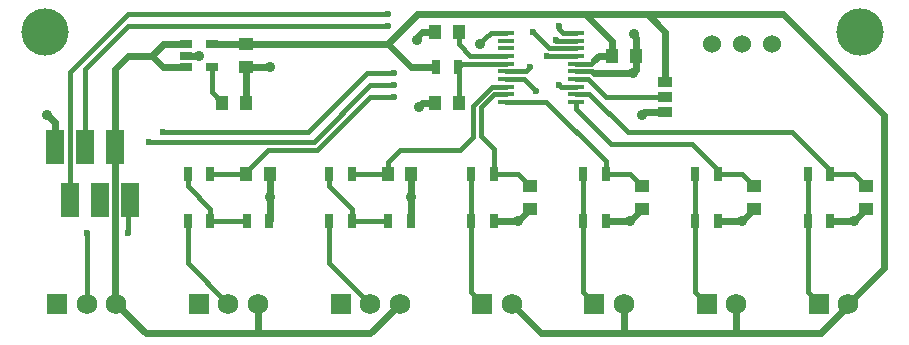
<source format=gbr>
G04 #@! TF.FileFunction,Copper,L1,Top,Signal*
%FSLAX46Y46*%
G04 Gerber Fmt 4.6, Leading zero omitted, Abs format (unit mm)*
G04 Created by KiCad (PCBNEW 4.0.7-e2-6376~58~ubuntu16.04.1) date Wed Dec 26 14:08:53 2018*
%MOMM*%
%LPD*%
G01*
G04 APERTURE LIST*
%ADD10C,0.100000*%
%ADD11R,1.000000X1.250000*%
%ADD12R,1.250000X1.000000*%
%ADD13R,1.270000X0.970000*%
%ADD14R,0.700000X1.300000*%
%ADD15R,1.450000X0.450000*%
%ADD16R,1.060000X0.650000*%
%ADD17R,1.500000X3.000000*%
%ADD18C,1.524000*%
%ADD19R,1.750000X1.750000*%
%ADD20C,1.750000*%
%ADD21C,4.000000*%
%ADD22C,0.900000*%
%ADD23C,0.600000*%
%ADD24C,0.400000*%
%ADD25C,0.600000*%
G04 APERTURE END LIST*
D10*
D11*
X179000000Y-90000000D03*
X177000000Y-90000000D03*
X192000000Y-92000000D03*
X194000000Y-92000000D03*
X177000000Y-96000000D03*
X179000000Y-96000000D03*
X161000000Y-96000000D03*
X159000000Y-96000000D03*
D12*
X161000000Y-93000000D03*
X161000000Y-91000000D03*
D11*
X161000000Y-102000000D03*
X163000000Y-102000000D03*
X173000000Y-102000000D03*
X175000000Y-102000000D03*
D12*
X185000000Y-103000000D03*
X185000000Y-105000000D03*
X194500000Y-103000000D03*
X194500000Y-105000000D03*
X204000000Y-103000000D03*
X204000000Y-105000000D03*
X213500000Y-103000000D03*
X213500000Y-105000000D03*
D13*
X196500000Y-96770000D03*
X196500000Y-95500000D03*
X196500000Y-94230000D03*
D14*
X177050000Y-93000000D03*
X178950000Y-93000000D03*
X156050000Y-102000000D03*
X157950000Y-102000000D03*
X168050000Y-102000000D03*
X169950000Y-102000000D03*
X180050000Y-102000000D03*
X181950000Y-102000000D03*
X189550000Y-102000000D03*
X191450000Y-102000000D03*
X199050000Y-102000000D03*
X200950000Y-102000000D03*
X208550000Y-102000000D03*
X210450000Y-102000000D03*
X156050000Y-106000000D03*
X157950000Y-106000000D03*
X161050000Y-106000000D03*
X162950000Y-106000000D03*
X168050000Y-106000000D03*
X169950000Y-106000000D03*
X173050000Y-106000000D03*
X174950000Y-106000000D03*
X180050000Y-106000000D03*
X181950000Y-106000000D03*
X189550000Y-106000000D03*
X191450000Y-106000000D03*
X199050000Y-106000000D03*
X200950000Y-106000000D03*
X208550000Y-106000000D03*
X210450000Y-106000000D03*
D15*
X183050000Y-90075000D03*
X183050000Y-90725000D03*
X183050000Y-91375000D03*
X183050000Y-92025000D03*
X183050000Y-92675000D03*
X183050000Y-93325000D03*
X183050000Y-93975000D03*
X183050000Y-94625000D03*
X183050000Y-95275000D03*
X183050000Y-95925000D03*
X188950000Y-95925000D03*
X188950000Y-95275000D03*
X188950000Y-94625000D03*
X188950000Y-93975000D03*
X188950000Y-93325000D03*
X188950000Y-92675000D03*
X188950000Y-92025000D03*
X188950000Y-91375000D03*
X188950000Y-90725000D03*
X188950000Y-90075000D03*
D16*
X155900000Y-91050000D03*
X155900000Y-92000000D03*
X155900000Y-92950000D03*
X158100000Y-92950000D03*
X158100000Y-91050000D03*
D17*
X144825000Y-99750000D03*
X146095000Y-104250000D03*
X147365000Y-99750000D03*
X148635000Y-104250000D03*
X149905000Y-99750000D03*
X151175000Y-104250000D03*
D18*
X200460000Y-91000000D03*
X203000000Y-91000000D03*
X205540000Y-91000000D03*
D19*
X145000000Y-113000000D03*
D20*
X147500000Y-113000000D03*
X150000000Y-113000000D03*
D19*
X157000000Y-113000000D03*
D20*
X159500000Y-113000000D03*
X162000000Y-113000000D03*
D19*
X169000000Y-113000000D03*
D20*
X171500000Y-113000000D03*
X174000000Y-113000000D03*
D19*
X181000000Y-113000000D03*
D20*
X183500000Y-113000000D03*
D19*
X190500000Y-113000000D03*
D20*
X193000000Y-113000000D03*
D19*
X200000000Y-113000000D03*
D20*
X202500000Y-113000000D03*
D19*
X209500000Y-113000000D03*
D20*
X212000000Y-113000000D03*
D21*
X144000000Y-90000000D03*
X213000000Y-90000000D03*
D22*
X193725000Y-93500000D03*
X194500000Y-97000000D03*
X175640925Y-96350010D03*
X157000000Y-92000000D03*
X175451014Y-90701165D03*
X180814289Y-90977649D03*
X193859075Y-90149990D03*
X212500000Y-106000000D03*
X203000000Y-106000000D03*
X193500000Y-106000000D03*
X184000000Y-106000000D03*
X175000000Y-104000000D03*
X163000000Y-104000000D03*
X163000000Y-93000000D03*
X144175000Y-97000000D03*
D23*
X147500000Y-107000000D03*
X154000000Y-98500000D03*
X173500000Y-93500000D03*
X185000000Y-93000000D03*
X152795312Y-99280999D03*
X187471190Y-94471026D03*
X151000000Y-107000000D03*
X173500000Y-94500000D03*
X186517596Y-92057086D03*
X173000000Y-88500000D03*
X185299990Y-90000000D03*
X173000000Y-89500000D03*
X187225000Y-90674990D03*
X187500000Y-89500000D03*
X185565133Y-94976714D03*
X173500000Y-95500000D03*
D24*
X183050000Y-92025000D02*
X180000000Y-92025000D01*
X180000000Y-92025000D02*
X179000000Y-91025000D01*
X179000000Y-91025000D02*
X179000000Y-90000000D01*
D25*
X194730000Y-96770000D02*
X194500000Y-97000000D01*
X196500000Y-96770000D02*
X194730000Y-96770000D01*
X175640925Y-96259075D02*
X175640925Y-96350010D01*
X175900000Y-96000000D02*
X175640925Y-96259075D01*
X177000000Y-96000000D02*
X175900000Y-96000000D01*
X156500000Y-92000000D02*
X157000000Y-92000000D01*
X155900000Y-92000000D02*
X156500000Y-92000000D01*
X175451014Y-90448986D02*
X175451014Y-90701165D01*
X175900000Y-90000000D02*
X175451014Y-90448986D01*
X177000000Y-90000000D02*
X175900000Y-90000000D01*
D24*
X181264288Y-90527650D02*
X180814289Y-90977649D01*
X181716938Y-90075000D02*
X181264288Y-90527650D01*
X183050000Y-90075000D02*
X181716938Y-90075000D01*
D25*
X193859075Y-90359075D02*
X193859075Y-90149990D01*
X194000000Y-90500000D02*
X193859075Y-90359075D01*
X194000000Y-92000000D02*
X194000000Y-90500000D01*
X175000000Y-104000000D02*
X175000000Y-105950000D01*
X175000000Y-102000000D02*
X175000000Y-104000000D01*
X163000000Y-104000000D02*
X163000000Y-105950000D01*
X163000000Y-102000000D02*
X163000000Y-104000000D01*
X175000000Y-105950000D02*
X174950000Y-106000000D01*
X163000000Y-105950000D02*
X162950000Y-106000000D01*
X210450000Y-106000000D02*
X212500000Y-106000000D01*
X212500000Y-106000000D02*
X213500000Y-105000000D01*
X200950000Y-106000000D02*
X203000000Y-106000000D01*
X203000000Y-106000000D02*
X204000000Y-105000000D01*
X191450000Y-106000000D02*
X193500000Y-106000000D01*
X193500000Y-106000000D02*
X194500000Y-105000000D01*
X181950000Y-106000000D02*
X184000000Y-106000000D01*
X184000000Y-106000000D02*
X185000000Y-105000000D01*
X161000000Y-93000000D02*
X163000000Y-93000000D01*
X161000000Y-93000000D02*
X161000000Y-96000000D01*
D24*
X188950000Y-93325000D02*
X190325000Y-93325000D01*
X190325000Y-93325000D02*
X190500000Y-93500000D01*
D25*
X193725000Y-93500000D02*
X190500000Y-93500000D01*
X194000000Y-92000000D02*
X194000000Y-93225000D01*
X194000000Y-93225000D02*
X193725000Y-93500000D01*
X144825000Y-99750000D02*
X144825000Y-97650000D01*
X144825000Y-97650000D02*
X144175000Y-97000000D01*
X206500000Y-88500000D02*
X215000000Y-97000000D01*
X196500000Y-94230000D02*
X196500000Y-90000000D01*
X196500000Y-90000000D02*
X196000000Y-89500000D01*
X175483355Y-88500000D02*
X172983355Y-91000000D01*
X189725000Y-88500000D02*
X175483355Y-88500000D01*
X195000000Y-88500000D02*
X189725000Y-88500000D01*
X195000000Y-88500000D02*
X206500000Y-88500000D01*
X215000000Y-97000000D02*
X215000000Y-110000000D01*
X215000000Y-110000000D02*
X212000000Y-113000000D01*
X212000000Y-113000000D02*
X212000000Y-113150002D01*
X212000000Y-113150002D02*
X209650002Y-115500000D01*
X209650002Y-115500000D02*
X202500000Y-115500000D01*
X202500000Y-115500000D02*
X193000000Y-115500000D01*
X202500000Y-113000000D02*
X202500000Y-115500000D01*
X193000000Y-115500000D02*
X186000000Y-115500000D01*
X193000000Y-113000000D02*
X193000000Y-115500000D01*
X186000000Y-115500000D02*
X183500000Y-113000000D01*
X196000000Y-89500000D02*
X195000000Y-88500000D01*
X192000000Y-90775000D02*
X189725000Y-88500000D01*
X192000000Y-92000000D02*
X192000000Y-90775000D01*
X174983355Y-93000000D02*
X177050000Y-93000000D01*
X172983355Y-91000000D02*
X174983355Y-93000000D01*
D24*
X188950000Y-92675000D02*
X190225000Y-92675000D01*
X190225000Y-92675000D02*
X190500000Y-92400000D01*
D25*
X192000000Y-92000000D02*
X190900000Y-92000000D01*
X190900000Y-92000000D02*
X190500000Y-92400000D01*
X161000000Y-91000000D02*
X172983355Y-91000000D01*
X158100000Y-91050000D02*
X160950000Y-91050000D01*
X160950000Y-91050000D02*
X161000000Y-91000000D01*
D24*
X189970002Y-93975000D02*
X191495002Y-95500000D01*
X191495002Y-95500000D02*
X196500000Y-95500000D01*
X188950000Y-93975000D02*
X189970002Y-93975000D01*
D25*
X153000000Y-92000000D02*
X151000000Y-92000000D01*
X151000000Y-92000000D02*
X149905000Y-93095000D01*
X149905000Y-99750000D02*
X149905000Y-112905000D01*
X149905000Y-112905000D02*
X150000000Y-113000000D01*
X153950000Y-91050000D02*
X153000000Y-92000000D01*
X153950000Y-92950000D02*
X155900000Y-92950000D01*
X155900000Y-91050000D02*
X153950000Y-91050000D01*
X153000000Y-92000000D02*
X153950000Y-92950000D01*
X152500000Y-115500000D02*
X153500000Y-115500000D01*
X153500000Y-115500000D02*
X162000000Y-115500000D01*
X162000000Y-115500000D02*
X171500000Y-115500000D01*
X162000000Y-113000000D02*
X162000000Y-115500000D01*
X171500000Y-115500000D02*
X174000000Y-113000000D01*
X150000000Y-113000000D02*
X152500000Y-115500000D01*
X149905000Y-99750000D02*
X149905000Y-93095000D01*
D24*
X173500000Y-93500000D02*
X171230518Y-93500000D01*
X171230518Y-93500000D02*
X166230518Y-98500000D01*
X166230518Y-98500000D02*
X154000000Y-98500000D01*
X147500000Y-107000000D02*
X147500000Y-113000000D01*
X184675000Y-93325000D02*
X185000000Y-93000000D01*
X183050000Y-93325000D02*
X184675000Y-93325000D01*
X156050000Y-106000000D02*
X156050000Y-109550000D01*
X156050000Y-109550000D02*
X159500000Y-113000000D01*
X173500000Y-94500000D02*
X171500000Y-94500000D01*
X171500000Y-94500000D02*
X166719001Y-99280999D01*
X166719001Y-99280999D02*
X153219576Y-99280999D01*
X153219576Y-99280999D02*
X152795312Y-99280999D01*
X187625164Y-94625000D02*
X187471190Y-94471026D01*
X188950000Y-94625000D02*
X187625164Y-94625000D01*
X151000000Y-107000000D02*
X151000000Y-104425000D01*
X151000000Y-104425000D02*
X151175000Y-104250000D01*
X173000000Y-88500000D02*
X151000000Y-88500000D01*
X151000000Y-88500000D02*
X146095000Y-93405000D01*
X146095000Y-93405000D02*
X146095000Y-104250000D01*
X186549682Y-92025000D02*
X186517596Y-92057086D01*
X188950000Y-92025000D02*
X186549682Y-92025000D01*
X173000000Y-89500000D02*
X151000000Y-89500000D01*
X151000000Y-89500000D02*
X147365000Y-93135000D01*
X147365000Y-93135000D02*
X147365000Y-99750000D01*
X185599989Y-90299999D02*
X185299990Y-90000000D01*
X186674990Y-91375000D02*
X185599989Y-90299999D01*
X188950000Y-91375000D02*
X186674990Y-91375000D01*
X187275010Y-90725000D02*
X187225000Y-90674990D01*
X188950000Y-90725000D02*
X187275010Y-90725000D01*
X187500000Y-89750000D02*
X187500000Y-89500000D01*
X188950000Y-90075000D02*
X187825000Y-90075000D01*
X187825000Y-90075000D02*
X187500000Y-89750000D01*
X168050000Y-106000000D02*
X168050000Y-109550000D01*
X168050000Y-109550000D02*
X171500000Y-113000000D01*
X179000000Y-96000000D02*
X179000000Y-93050000D01*
X179000000Y-93050000D02*
X178950000Y-93000000D01*
X183050000Y-92675000D02*
X179275000Y-92675000D01*
X179275000Y-92675000D02*
X178950000Y-93000000D01*
X158100000Y-92950000D02*
X158100000Y-95100000D01*
X158100000Y-95100000D02*
X159000000Y-96000000D01*
X173500000Y-95500000D02*
X171500000Y-95500000D01*
X171500000Y-95500000D02*
X167000000Y-100000000D01*
X167000000Y-100000000D02*
X162875000Y-100000000D01*
X162875000Y-100000000D02*
X161000000Y-101875000D01*
X161000000Y-101875000D02*
X161000000Y-102000000D01*
X183050000Y-93975000D02*
X184563419Y-93975000D01*
X184563419Y-93975000D02*
X185565133Y-94976714D01*
X157950000Y-102000000D02*
X161000000Y-102000000D01*
X173000000Y-102000000D02*
X173000000Y-101000000D01*
X173000000Y-101000000D02*
X174000000Y-100000000D01*
X174000000Y-100000000D02*
X179108516Y-100000000D01*
X179108516Y-100000000D02*
X180236106Y-98872410D01*
X180236106Y-96220349D02*
X181831455Y-94625000D01*
X180236106Y-98872410D02*
X180236106Y-96220349D01*
X181831455Y-94625000D02*
X183050000Y-94625000D01*
X169950000Y-102000000D02*
X173000000Y-102000000D01*
X181950000Y-102000000D02*
X181950000Y-99859409D01*
X180924999Y-96379998D02*
X182029997Y-95275000D01*
X181950000Y-99859409D02*
X180924999Y-98834408D01*
X180924999Y-98834408D02*
X180924999Y-96379998D01*
X182029997Y-95275000D02*
X183050000Y-95275000D01*
X181950000Y-102000000D02*
X184000000Y-102000000D01*
X184000000Y-102000000D02*
X185000000Y-103000000D01*
X183050000Y-95925000D02*
X186425000Y-95925000D01*
X186425000Y-95925000D02*
X191450000Y-100950000D01*
X191450000Y-100950000D02*
X191450000Y-102000000D01*
X191450000Y-101700000D02*
X191450000Y-102000000D01*
X191450000Y-102000000D02*
X193500000Y-102000000D01*
X193500000Y-102000000D02*
X194500000Y-103000000D01*
X191900000Y-99500000D02*
X188950000Y-96550000D01*
X188950000Y-96550000D02*
X188950000Y-95925000D01*
X191900000Y-99500000D02*
X198750000Y-99500000D01*
X198750000Y-99500000D02*
X200950000Y-101700000D01*
X200950000Y-101700000D02*
X200950000Y-102000000D01*
X200950000Y-102000000D02*
X203000000Y-102000000D01*
X203000000Y-102000000D02*
X204000000Y-103000000D01*
X190075000Y-95275000D02*
X193300000Y-98500000D01*
X193300000Y-98500000D02*
X207250000Y-98500000D01*
X207250000Y-98500000D02*
X210450000Y-101700000D01*
X210450000Y-101700000D02*
X210450000Y-102000000D01*
X188950000Y-95275000D02*
X190075000Y-95275000D01*
X210450000Y-102000000D02*
X212500000Y-102000000D01*
X212500000Y-102000000D02*
X213500000Y-103000000D01*
X180050000Y-106000000D02*
X180050000Y-102000000D01*
X180050000Y-106000000D02*
X180050000Y-112050000D01*
X180050000Y-112050000D02*
X181000000Y-113000000D01*
X189550000Y-106000000D02*
X189550000Y-102000000D01*
X189550000Y-106000000D02*
X189550000Y-112050000D01*
X189550000Y-112050000D02*
X190500000Y-113000000D01*
X199050000Y-106000000D02*
X199050000Y-102000000D01*
X199050000Y-106000000D02*
X199050000Y-112050000D01*
X199050000Y-112050000D02*
X200000000Y-113000000D01*
X208550000Y-106000000D02*
X208550000Y-102000000D01*
X208550000Y-106000000D02*
X208550000Y-112050000D01*
X208550000Y-112050000D02*
X209500000Y-113000000D01*
X157950000Y-104950000D02*
X156050000Y-103050000D01*
X156050000Y-103050000D02*
X156050000Y-102000000D01*
X157950000Y-106000000D02*
X157950000Y-104950000D01*
X157950000Y-106000000D02*
X161050000Y-106000000D01*
X169950000Y-104950000D02*
X168050000Y-103050000D01*
X168050000Y-103050000D02*
X168050000Y-102000000D01*
X169950000Y-106000000D02*
X169950000Y-104950000D01*
X169950000Y-106000000D02*
X173050000Y-106000000D01*
M02*

</source>
